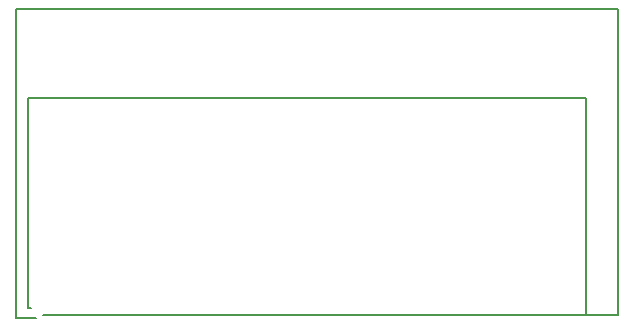
<source format=gbr>
%TF.GenerationSoftware,KiCad,Pcbnew,(5.1.10)-1*%
%TF.CreationDate,2022-09-07T09:41:17-03:00*%
%TF.ProjectId,OpenBCI_Wifi_Shield,4f70656e-4243-4495-9f57-6966695f5368,v1.0.0*%
%TF.SameCoordinates,Original*%
%TF.FileFunction,Other,ECO1*%
%FSLAX46Y46*%
G04 Gerber Fmt 4.6, Leading zero omitted, Abs format (unit mm)*
G04 Created by KiCad (PCBNEW (5.1.10)-1) date 2022-09-07 09:41:17*
%MOMM*%
%LPD*%
G01*
G04 APERTURE LIST*
%ADD10C,0.200000*%
G04 APERTURE END LIST*
D10*
X76454000Y-122047000D02*
X76708000Y-122047000D01*
X76454000Y-104267000D02*
X76454000Y-122047000D01*
X123698000Y-104267000D02*
X76454000Y-104267000D01*
X123698000Y-122682000D02*
X123698000Y-104267000D01*
X77724000Y-122682000D02*
X123698000Y-122682000D01*
X75438000Y-122936000D02*
X77089000Y-122936000D01*
X75438000Y-96774000D02*
X75438000Y-122936000D01*
X126365000Y-96774000D02*
X75438000Y-96774000D01*
X126365000Y-122682000D02*
X126365000Y-96774000D01*
X77724000Y-122682000D02*
X126365000Y-122682000D01*
M02*

</source>
